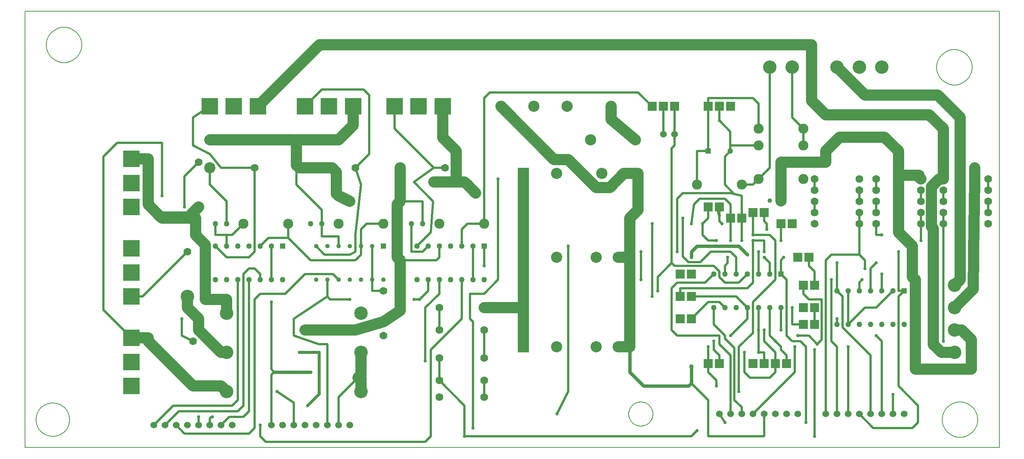
<source format=gbr>
G04 PROTEUS GERBER X2 FILE*
%TF.GenerationSoftware,Labcenter,Proteus,8.6-SP2-Build23525*%
%TF.CreationDate,2018-12-10T17:09:55+00:00*%
%TF.FileFunction,Copper,L2,Bot*%
%TF.FilePolarity,Positive*%
%TF.Part,Single*%
%FSLAX45Y45*%
%MOMM*%
G01*
%TA.AperFunction,Conductor*%
%ADD10C,0.508000*%
%ADD11C,2.540000*%
%ADD12C,0.762000*%
%ADD13C,0.635000*%
%TA.AperFunction,ViaPad*%
%ADD14C,0.762000*%
%ADD15C,1.016000*%
%ADD16C,2.032000*%
%ADD17C,1.270000*%
%TA.AperFunction,ComponentPad*%
%ADD18R,3.810000X3.810000*%
%TA.AperFunction,ComponentPad*%
%ADD19R,1.270000X1.270000*%
%ADD70C,1.270000*%
%ADD71C,1.016000*%
%TA.AperFunction,ComponentPad*%
%ADD20C,2.286000*%
%TA.AperFunction,ComponentPad*%
%ADD21C,3.048000*%
%ADD22C,2.540000*%
%TA.AperFunction,ComponentPad*%
%ADD23R,2.032000X2.032000*%
%TA.AperFunction,ComponentPad*%
%ADD24C,1.524000*%
%TA.AperFunction,WasherPad*%
%ADD25R,1.280000X1.280000*%
%TA.AperFunction,ComponentPad*%
%ADD26C,1.280000*%
%ADD27R,2.540000X2.540000*%
%ADD28C,1.778000*%
%TA.AperFunction,Profile*%
%ADD32C,0.203200*%
%TD.AperFunction*%
D10*
X-7239000Y+7493000D02*
X-7112000Y+7493000D01*
X-6858000Y+7747000D01*
X-7239000Y+7493000D02*
X-7493000Y+7493000D01*
X-7493000Y+7747000D01*
X-7239000Y+7493000D02*
X-7239000Y+7239000D01*
X-3048000Y+7747000D02*
X-3048000Y+7112000D01*
X-2794000Y+7112000D01*
X-2667000Y+7239000D01*
X-2413000Y+5842000D02*
X-2413000Y+5334000D01*
X-1397000Y+5334000D02*
X-1397000Y+4699000D01*
X+3683000Y+10414000D02*
X+3683000Y+10604500D01*
X+4699000Y+10604500D01*
X+4826000Y+10477500D01*
X+4826000Y+9906000D01*
X+3683000Y+10414000D02*
X+3683000Y+9842500D01*
X+3687000Y+9838500D01*
X+3687000Y+9398000D01*
X+5842000Y+9906000D02*
X+5588000Y+10160000D01*
X+5588000Y+11303000D01*
X+5016500Y+7620000D02*
X+5016500Y+7747000D01*
X+4953000Y+7810500D01*
X+4953000Y+8001000D01*
X+4826000Y+7112000D02*
X+4826000Y+6604000D01*
X+4953000Y+6985000D02*
X+5080000Y+6858000D01*
X+5080000Y+6604000D01*
X+4699000Y+7493000D02*
X+5080000Y+7493000D01*
X+5207000Y+7366000D01*
X+5207000Y+6477000D01*
X+4699000Y+5969000D01*
X+4699000Y+5270500D01*
X+4381500Y+4953000D01*
X+4381500Y+3937000D01*
X+4699000Y+7493000D02*
X+4699000Y+8001000D01*
X+5334000Y+7366000D02*
X+5334000Y+7747000D01*
X+6096000Y+6350000D02*
X+6096000Y+6667500D01*
X+5969000Y+6794500D01*
X+5969000Y+6985000D01*
X+4826000Y+4826000D02*
X+4953000Y+4826000D01*
X+4953000Y+4572000D01*
X+4826000Y+5334000D02*
X+4826000Y+4826000D01*
X+4826000Y+5842000D02*
X+4826000Y+5334000D01*
X+5207000Y+5080000D02*
X+5080000Y+5207000D01*
X+5080000Y+5842000D01*
X+5207000Y+5080000D02*
X+5334000Y+4953000D01*
X+5334000Y+4889500D01*
X+5461000Y+4762500D01*
X+5461000Y+4572000D01*
X+5207000Y+4572000D02*
X+5207000Y+4381500D01*
X+5080000Y+4254500D01*
X+4635500Y+4254500D01*
X+4508500Y+4381500D01*
X+4508500Y+4826000D01*
X+5207000Y+4572000D02*
X+5207000Y+4826000D01*
X+4953000Y+5080000D01*
X+4953000Y+5334000D01*
X+6159500Y+5016500D02*
X+6261100Y+5118100D01*
X+6261100Y+6032500D01*
X+5969000Y+6032500D01*
X+5842000Y+6159500D01*
X+5842000Y+6350000D01*
X+4699000Y+7366000D02*
X+4699000Y+6413500D01*
X+4572000Y+6286500D01*
X+3048000Y+6286500D01*
X+3048000Y+6096000D01*
X+4953000Y+7239000D02*
X+4953000Y+7112000D01*
X+4953000Y+7366000D02*
X+4953000Y+7239000D01*
X+4953000Y+7366000D02*
X+4699000Y+7366000D01*
X+4318000Y+6604000D02*
X+4318000Y+6985000D01*
X+4191000Y+7112000D01*
X+3746500Y+7112000D01*
X+3513455Y+6878955D01*
X+3238500Y+6878955D01*
X+3111500Y+7005955D01*
X+3111500Y+7874000D01*
X+3937000Y+8128000D02*
X+3936999Y+8127999D01*
X+3937000Y+7950198D01*
X+3937000Y+7937500D01*
X+3936999Y+7810501D01*
X+4000500Y+7747000D01*
X+3937000Y+8128000D02*
X+3936999Y+8127999D01*
X+3911598Y+8128000D01*
X+3911598Y+7975600D01*
X+3937000Y+7950198D01*
X+4064000Y+6604000D02*
X+4064000Y+6794500D01*
X+4127500Y+6858000D01*
X+4127500Y+6985000D01*
X+3873500Y+7366000D02*
X+3683000Y+7366000D01*
X+3556000Y+7493000D01*
X+3556000Y+7747000D01*
X+3683000Y+7874000D02*
X+3556000Y+7747000D01*
X+3683000Y+7874000D02*
X+3683000Y+8128000D01*
X+3810000Y+5080000D02*
X+3810000Y+4889500D01*
X+3937000Y+4762500D01*
X+3937000Y+4572000D01*
X+4064000Y+5842000D02*
X+3937000Y+5969000D01*
X+3683000Y+5969000D01*
X+3302000Y+5588000D01*
X+3683000Y+4572000D02*
X+3683000Y+4381500D01*
X+3873500Y+4191000D01*
X+3873500Y+4064000D01*
X+3683000Y+4572000D02*
X+3683000Y+4953000D01*
X+10033000Y+8763000D02*
X+10033000Y+8509000D01*
X+9017000Y+8255000D02*
X+9017000Y+8509000D01*
X+10033000Y+8255000D02*
X+10033000Y+8001000D01*
X+7493000Y+8763000D02*
X+7493000Y+8509000D01*
X+8509000Y+8509000D02*
X+8509000Y+8255000D01*
X+7493000Y+8255000D02*
X+7493000Y+8001000D01*
X+6096000Y+8763000D02*
X+6096000Y+8509000D01*
X+7112000Y+8509000D02*
X+7112000Y+8255000D01*
X+6096000Y+8255000D02*
X+6096000Y+8001000D01*
X+7620000Y+6604000D02*
X+7620000Y+6223000D01*
X+7175500Y+6477000D02*
X+7112000Y+6413500D01*
X+7112000Y+6223000D01*
X-1397000Y+7747000D02*
X-1397000Y+10604500D01*
X-1270000Y+10731500D01*
X+2095500Y+10731500D01*
X+2413000Y+10414000D01*
X-4191000Y+7239000D02*
X-4191000Y+7620000D01*
X-4064000Y+7747000D01*
X-3683000Y+7747000D01*
X-1905000Y+7239000D02*
X-1905000Y+7620000D01*
X-1778000Y+7747000D01*
X-1397000Y+7747000D01*
X-5842000Y+7429500D02*
X-5842000Y+7747000D01*
X-4191000Y+7239000D02*
X-4191000Y+7048500D01*
X-4318000Y+6921500D01*
X-5334000Y+6921500D01*
X-5842000Y+7429500D01*
X-6286500Y+7429500D01*
X-6477000Y+7239000D01*
D11*
X-9398000Y+5156200D02*
X-9017000Y+5156200D01*
X-9017000Y+5080000D01*
X-8001000Y+4064000D01*
D10*
X+7493000Y+5207000D02*
X+7620000Y+5080000D01*
X+7620000Y+3429000D01*
X+6604000Y+5588000D02*
X+6604000Y+5461000D01*
X-4699000Y+3175000D02*
X-4699000Y+3810000D01*
X-4254500Y+4254500D01*
D11*
X-4191000Y+4826000D02*
X-4191000Y+4318000D01*
X-4254500Y+4254500D01*
X-4191000Y+3937000D02*
X-4191000Y+4254500D01*
X-4254500Y+4254500D01*
D12*
X+3302000Y+6985000D02*
X+3302000Y+7112000D01*
X+4572000Y+7048500D02*
X+4381500Y+7239000D01*
X+3429000Y+7239000D01*
X+3302000Y+7112000D01*
D11*
X+2095500Y+8890000D02*
X+2095500Y+8064500D01*
X+1905000Y+7874000D01*
X+1905000Y+6985000D01*
X+1647000Y+6985000D02*
X+1905000Y+6985000D01*
X+1774000Y+8890000D02*
X+1456500Y+8572500D01*
X+1143000Y+8572500D01*
X+508000Y+9207500D01*
X+190500Y+9207500D01*
X-1016000Y+10414000D01*
D12*
X+1905000Y+4953000D02*
X+1905000Y+4381500D01*
X+2222500Y+4064000D01*
X+3238500Y+4064000D01*
X+3302000Y+4127500D01*
D11*
X+1774000Y+8890000D02*
X+2095500Y+8890000D01*
X+1647000Y+4953000D02*
X+1905000Y+4953000D01*
D12*
X+3302000Y+4127500D02*
X+3302000Y+4508500D01*
D10*
X+4953000Y+3429000D02*
X+4953000Y+2921000D01*
X+3683000Y+2921000D01*
X+3683000Y+3746500D01*
X+3302000Y+4127500D01*
X-2540000Y+9017000D02*
X-3429000Y+9906000D01*
X-3429000Y+10414000D01*
X-2540000Y+9017000D02*
X-2286000Y+9017000D01*
X-3937000Y+6477000D02*
X-3937000Y+6223000D01*
X-3683000Y+6223000D01*
X-6223000Y+7239000D02*
X-6223000Y+6858000D01*
X-6222999Y+6857999D01*
X-6223000Y+6477000D01*
X-6222999Y+6477000D01*
X+4572000Y+5842000D02*
X+4318000Y+6096000D01*
X+3302000Y+6096000D01*
X-3937000Y+7239000D02*
X-3937000Y+6477000D01*
X-1651000Y+6477000D02*
X-1651000Y+7239000D01*
X+2667000Y+9779000D02*
X+2667000Y+10414000D01*
X+6096000Y+5842000D02*
X+6096000Y+5461000D01*
X+3937000Y+10096500D02*
X+3937000Y+10414000D01*
X+4572000Y+5842000D02*
X+4572000Y+5588000D01*
X+4191000Y+5207000D01*
X-8191500Y+8128000D02*
X-8191500Y+8826500D01*
X-7874000Y+9144000D01*
X-4318000Y+9017000D02*
X-4000500Y+9334500D01*
X-4000500Y+10668000D01*
X-4127500Y+10795000D01*
X-5080000Y+10795000D01*
X-5461000Y+10414000D01*
X+6858000Y+5461000D02*
X+7239000Y+5842000D01*
X+7493000Y+5842000D01*
X+7874000Y+6223000D01*
X+6858000Y+5461000D02*
X+6858000Y+6223000D01*
X+3810000Y+5842000D02*
X+3810000Y+5461000D01*
X+4064000Y+5207000D01*
X+4064000Y+5143500D01*
X+4279900Y+4927600D01*
X+4279900Y+3746500D01*
X+4445000Y+3581400D01*
X+4445000Y+3429000D01*
X+5651500Y+4953000D02*
X+5651500Y+4381500D01*
X+4699000Y+3429000D01*
X+5334000Y+5334000D02*
X+5334000Y+5842000D01*
X+5334000Y+6604000D02*
X+5334000Y+6921500D01*
X+5397500Y+6985000D01*
X-8636000Y+3175000D02*
X-8318500Y+3492500D01*
X-6985000Y+3492500D01*
X-6858000Y+3619500D01*
X-6858000Y+6604000D01*
X-6731000Y+6731000D01*
X-6604000Y+6731000D01*
X-6476999Y+6603999D01*
X-6477000Y+6477000D01*
X-6476999Y+6477000D01*
X-6159500Y+4381500D02*
X-6223000Y+4318000D01*
X-6223000Y+3175000D01*
X-6159500Y+4381500D02*
X-6223000Y+4445000D01*
X-6223000Y+5969000D01*
D11*
X-7937500Y+7874000D02*
X-7937500Y+7493000D01*
X-7715250Y+7270750D01*
X-7715250Y+6032500D01*
X-7239000Y+6032500D01*
X-7239000Y+5715000D01*
D10*
X-6984999Y+6477000D02*
X-6985000Y+6477000D01*
X-6984999Y+3746500D01*
X-7111999Y+3619500D01*
X-8445500Y+3619500D01*
X-8890000Y+3175000D01*
X+8128000Y+6223000D02*
X+8001000Y+6096000D01*
X+8001000Y+4064000D01*
X+8445500Y+3619500D01*
X+8445500Y+3238500D01*
X+8318500Y+3111500D01*
X+7429500Y+3111500D01*
X+7112000Y+3429000D01*
X-6730999Y+6477000D02*
X-6731000Y+6477000D01*
X-6730999Y+3492500D01*
X-6857999Y+3365500D01*
X-7175500Y+3365500D01*
X-7366000Y+3175000D01*
X+9017000Y+7747000D02*
X+9017000Y+8001000D01*
X+6858000Y+4953000D02*
X+6858000Y+3429000D01*
X+4572000Y+6604000D02*
X+4381500Y+6413500D01*
X+4064000Y+6413500D01*
X+3937000Y+6540500D01*
X+3937000Y+6667500D01*
X+3810000Y+6794500D01*
X+2921000Y+6794500D01*
X+2857500Y+6858000D01*
X+2921000Y+9779000D02*
X+2921000Y+9525000D01*
X+2857500Y+9461500D01*
X+2857500Y+6858000D01*
X-2857500Y+6032500D02*
X-2667000Y+6223000D01*
X-2667000Y+6477000D01*
X+7493000Y+6858000D02*
X+7366000Y+6731000D01*
X+7366000Y+6223000D01*
X+2921000Y+9779000D02*
X+2921000Y+10414000D01*
X-4953000Y+6477000D02*
X-4953000Y+6096000D01*
X+7112000Y+7048500D02*
X+6477000Y+7048500D01*
X+6350000Y+6921500D01*
X+6350000Y+3429000D01*
X+7112000Y+7747000D02*
X+7112000Y+7048500D01*
X+7112000Y+7747000D02*
X+7112000Y+8001000D01*
X+7112000Y+7048500D02*
X+7239000Y+6921500D01*
X+7239000Y+6731000D01*
X-3302000Y+6921500D02*
X-2476500Y+6921500D01*
X-2413000Y+6985000D01*
X-2413000Y+7239000D01*
X-3301999Y+8254999D02*
X-2794000Y+8254999D01*
X-2794000Y+7747000D01*
D11*
X-3302000Y+9017000D02*
X-3301999Y+9016999D01*
X-3301999Y+8254999D01*
X-3365499Y+8191499D01*
X-3365500Y+8191499D01*
X-3365500Y+6985000D01*
X-3302000Y+6921500D01*
X+9017000Y+9017000D02*
X+9017000Y+8763000D01*
D10*
X-7239000Y+7747000D02*
X-7239000Y+8255000D01*
X-7620000Y+8636000D01*
X-7620000Y+9017000D01*
X-5080000Y+7747000D02*
X-5080000Y+7461250D01*
X-4699000Y+7461250D01*
X-4699000Y+7239000D01*
D11*
X+8001000Y+8851901D02*
X+8470900Y+8851901D01*
X+8470900Y+8801100D01*
X+8509000Y+8763000D01*
X-5359400Y+9652000D02*
X-4699000Y+9652000D01*
X-4368800Y+9982200D01*
X-4368800Y+10414000D01*
X-5588000Y+9017000D02*
X-5651500Y+9080500D01*
X-5651500Y+9588500D01*
X-5359400Y+9652000D02*
X-5651500Y+9652000D01*
X-5651500Y+9588500D01*
D10*
X-5080000Y+7747000D02*
X-5080000Y+8064500D01*
X-5651500Y+8636000D01*
X-5651500Y+8953500D01*
X-5588000Y+9017000D01*
D11*
X-5334000Y+9017000D01*
D10*
X+6477000Y+6477000D02*
X+6477000Y+5080000D01*
X+6604000Y+4953000D01*
X+6604000Y+3429000D01*
X+8509000Y+7747000D02*
X+8509000Y+8001000D01*
D11*
X-889000Y+5842000D02*
X-508000Y+5842000D01*
X-502000Y+6985000D02*
X-502000Y+5848000D01*
X-508000Y+5842000D01*
X-502000Y+5836000D01*
X-502000Y+4953000D01*
X-889000Y+5842000D02*
X-1397000Y+5842000D01*
X-502000Y+6985000D02*
X-502000Y+8890000D01*
D10*
X-4699000Y+6477000D02*
X-4826000Y+6604000D01*
X-5461000Y+6604000D01*
X-5905500Y+6159500D01*
X-6477000Y+6159500D01*
X-6604000Y+6032500D01*
X-6604000Y+3111500D01*
X-6731000Y+2984500D01*
X-8191500Y+2984500D01*
X-8382000Y+3175000D01*
X+6604000Y+6223000D02*
X+6731000Y+6096000D01*
X+6731000Y+5397500D01*
X+7366000Y+4762500D01*
X+7366000Y+3429000D01*
X+6604000Y+6223000D02*
X+6604000Y+6858000D01*
D11*
X+1905000Y+4953000D02*
X+1905000Y+6985000D01*
D10*
X-9398000Y+5156200D02*
X-10033000Y+5791200D01*
X-10033000Y+9271000D01*
X-9715500Y+9588500D01*
X-8699500Y+9588500D01*
X-8699500Y+8382000D01*
X-1079500Y+8763000D02*
X-1079500Y+6477000D01*
X-1397000Y+6159500D01*
X-1714500Y+6159500D01*
X-1714500Y+5588000D01*
X-1651000Y+5524500D01*
X-1651000Y+3111500D01*
X+6096000Y+2921000D02*
X+6096000Y+4127500D01*
X+6096000Y+4889500D01*
X+3937000Y+3429000D02*
X+4064000Y+3238500D01*
X+5905500Y+3238500D02*
X+5905500Y+4953000D01*
X+5778500Y+5080000D01*
X+5588000Y+5080000D01*
X+5461000Y+5207000D01*
X+5461000Y+6477000D01*
X+5334000Y+6604000D01*
X+7874000Y+3429000D02*
X+7874000Y+3873500D01*
X+3429000Y+3048000D02*
X+3302000Y+2921000D01*
X-1841500Y+2921000D01*
D11*
X-7874000Y+8128000D02*
X-8096250Y+7905750D01*
X-8731250Y+7905750D01*
X-9017000Y+8191500D01*
X-9017000Y+9220200D01*
X-9398000Y+9220200D01*
X-7937500Y+7874000D02*
X-8699500Y+7874000D01*
X-8731250Y+7905750D01*
D10*
X+8128000Y+6223000D02*
X+8001000Y+6223000D01*
X+8001000Y+7112000D01*
X+8509000Y+7366000D02*
X+8509000Y+7747000D01*
X+9017000Y+5080000D02*
X+9017000Y+7747000D01*
D11*
X+8001000Y+8851901D02*
X+8001000Y+7556500D01*
X+8318500Y+7239000D01*
X+8318500Y+6540500D01*
X+8382000Y+6477000D01*
X+8382000Y+4445000D01*
X+9652000Y+4445000D01*
X+9652000Y+5118100D01*
X+9436100Y+5334000D01*
X+9271000Y+5334000D01*
D10*
X+6159500Y+5016500D02*
X+5969000Y+5207000D01*
X+5715000Y+5207000D01*
X+5588000Y+5842000D02*
X+5588000Y+5461000D01*
X+5842000Y+5461000D01*
D13*
X-5588000Y+4826000D02*
X-5132705Y+4826000D01*
X-5132705Y+3884295D01*
X-5397500Y+3619500D01*
D10*
X+4826000Y+8763000D02*
X+5080000Y+9017000D01*
X+5080000Y+11303000D01*
X+5842000Y+9906000D02*
X+5842000Y+9525000D01*
X+4187000Y+9398000D02*
X+4187000Y+9525000D01*
X+4826000Y+9525000D01*
X+4187000Y+9525000D02*
X+4187000Y+9846500D01*
X+3937000Y+10096500D01*
X+4191000Y+7620000D02*
X+4191000Y+7366000D01*
X+4445000Y+7620000D02*
X+4445000Y+7366000D01*
X+4445000Y+7620000D02*
X+4445000Y+7874000D01*
X+4191000Y+7620000D02*
X+4191000Y+7874000D01*
D11*
X-6527800Y+10414000D02*
X-5130800Y+11811000D01*
X+6032500Y+11811000D01*
X+6032500Y+10541000D01*
X+6350000Y+10223500D01*
X+8699500Y+10223500D01*
X+9017000Y+9906000D01*
X+9017000Y+9017000D01*
D10*
X+3810000Y+6604000D02*
X+3619500Y+6413500D01*
X+2984500Y+6413500D01*
X+2857500Y+6286500D01*
X+2857500Y+5334000D01*
X+2984500Y+5207000D01*
X+3937000Y+5207000D01*
X+3937000Y+5016500D01*
X+4191000Y+4762500D01*
X+4191000Y+3429000D01*
D11*
X+1484000Y+10414000D02*
X+1484000Y+10120000D01*
X+2032000Y+9652000D01*
X+9271000Y+4826000D02*
X+8976469Y+4826000D01*
X+8795425Y+5007044D01*
X+8795425Y+7637601D01*
X+8752831Y+7680195D01*
X+8752831Y+8589687D01*
X+8926144Y+8763000D01*
X+9017000Y+8763000D01*
X-6731000Y+9652000D02*
X-6858000Y+9652000D01*
X-5651500Y+9588500D02*
X-5715000Y+9652000D01*
X-6731000Y+9652000D01*
D10*
X-8128000Y+7112000D02*
X-9144000Y+6096000D01*
X-9398000Y+6096000D01*
D11*
X-7239000Y+4826000D02*
X-7366000Y+4826000D01*
X-7874000Y+5334000D01*
X-7874000Y+5588000D01*
X-8128000Y+5842000D01*
X-8128000Y+6096000D01*
D10*
X-8001000Y+5080000D02*
X-8255000Y+5207000D01*
X-8255000Y+5588000D01*
X-1397000Y+6794500D02*
X-1397000Y+7239000D01*
X+3687000Y+9398000D02*
X+3433000Y+9398000D01*
X+3433000Y+9144000D01*
X+3429000Y+9140000D01*
X+3429000Y+8636000D01*
X+4826000Y+8763000D02*
X+4699000Y+8636000D01*
X+4445000Y+8636000D01*
X+4191000Y+8445500D02*
X+4445000Y+8382000D01*
X+4445000Y+7874000D01*
X+4187000Y+9398000D02*
X+4064000Y+9275000D01*
X+4064000Y+8636000D01*
X+4254500Y+8445500D01*
X+4191000Y+8445500D01*
X-7874000Y+3175000D02*
X-7874000Y+3365500D01*
X-2730500Y+4635500D02*
X-2730500Y+5842000D01*
X-2413000Y+6159500D01*
X-2413000Y+6477000D01*
D12*
X-5334000Y+4381500D02*
X-6159500Y+4381500D01*
D10*
X-1397000Y+3810000D02*
X-1397000Y+4191000D01*
X-2413000Y+4191000D02*
X-1841500Y+3619500D01*
X-1841500Y+2921000D01*
X-2413000Y+4191000D02*
X-2413000Y+4699000D01*
D11*
X-2032000Y+9144000D02*
X-2032000Y+8699500D01*
X-1841500Y+8699500D01*
X-1778000Y+8636000D01*
X-1587500Y+8445500D01*
X-2032000Y+9144000D02*
X-2032000Y+9398000D01*
X-2336800Y+9702800D01*
X-2336800Y+10414000D01*
D10*
X-4953000Y+6096000D02*
X-5715000Y+5588000D01*
X-5715000Y+5207000D01*
X-5143500Y+5016500D01*
X-4953000Y+5016500D01*
X-4953000Y+3175000D01*
X-2857500Y+6032500D02*
X-2984500Y+6032500D01*
X-4445000Y+6032500D02*
X-4889500Y+6032500D01*
X-4953000Y+6096000D01*
D11*
X-3302000Y+6921500D02*
X-3302000Y+5778500D01*
X-3683000Y+5524500D01*
X-4318000Y+5334000D01*
X-4699000Y+5334000D01*
X-4749788Y+5334000D02*
X-5207000Y+5334000D01*
X-5334000Y+5334000D01*
X-5461000Y+5334000D01*
X-4699000Y+5334000D02*
X-4749788Y+5334000D01*
X+9271000Y+6350000D02*
X+9398000Y+6477000D01*
X+9398000Y+10160000D01*
X+8890000Y+10668000D01*
X+7239000Y+10668000D01*
X+6604000Y+11303000D01*
X-2032000Y+8699500D02*
X-2286000Y+8699500D01*
D10*
X-2540000Y+9017000D02*
X-2984500Y+8699500D01*
X-2549712Y+8255747D01*
X-2603500Y+7556500D01*
X-2921000Y+7239000D01*
D11*
X-2286000Y+8699500D02*
X-2540000Y+8699500D01*
X+5334264Y+8265835D02*
X+5334229Y+8382000D01*
X+5334191Y+8509000D01*
D10*
X-4318000Y+9017000D02*
X-4191000Y+8636000D01*
X-4318000Y+7493000D01*
X-4318000Y+7112000D01*
X-4445000Y+7048500D01*
X-5016500Y+7048500D01*
X-5207000Y+7239000D01*
D11*
X-4699000Y+8382000D02*
X-4445000Y+8255000D01*
X-4744743Y+8921821D02*
X-4839922Y+9017000D01*
X-5334000Y+9017000D01*
X-4699000Y+8382000D02*
X-4746450Y+8429450D01*
X-4746450Y+8636000D01*
X-4746450Y+8920114D01*
X-4744743Y+8921821D01*
X-7112000Y+9652000D02*
X-7366000Y+9652000D01*
X-7620000Y+9652000D01*
X-6858000Y+9652000D02*
X-7112000Y+9652000D01*
D10*
X-6604000Y+9017000D02*
X-7366000Y+9017000D01*
X-7620000Y+9334500D01*
X-8001000Y+9525000D01*
X-8001000Y+10160000D01*
X-7620000Y+10414000D01*
X-6604000Y+9017000D02*
X-6604000Y+7112000D01*
X-6731000Y+6985000D01*
X-7239000Y+6985000D01*
X-7493000Y+7239000D01*
D11*
X+9733796Y+8763000D02*
X+9733796Y+9017000D01*
D10*
X+7493000Y+7747000D02*
X+7493000Y+7493000D01*
X+7620000Y+7493000D01*
D11*
X+9733796Y+8470957D02*
X+9733796Y+8763000D01*
X+9724673Y+8128781D01*
X+9719194Y+7747860D01*
X+9697920Y+6268920D01*
X+9271000Y+5842000D01*
X+5334191Y+8509000D02*
X+5334153Y+8636000D01*
X+5334115Y+8763000D01*
X+5334000Y+9144000D01*
X+6350000Y+9144000D01*
X+6350000Y+9398000D01*
X+6667500Y+9715500D01*
X+7683500Y+9715500D01*
X+8001000Y+9398000D01*
X+8001000Y+8851901D01*
X-8001000Y+4064000D02*
X-7366000Y+4064000D01*
X-7239000Y+3937000D01*
D10*
X-5715000Y+3175000D02*
X-5715000Y+3683000D01*
X-6096000Y+3937000D01*
X-7620000Y+3175000D02*
X-7620000Y+3327400D01*
X-7581900Y+3365500D01*
X-7556500Y+3365500D01*
X-6477000Y+3175000D02*
X-6477000Y+2921000D01*
X-6350000Y+2794000D01*
X-2730500Y+2794000D01*
X-2603500Y+2921000D01*
X-2603500Y+4889500D01*
X-1905000Y+5588000D01*
X-1905000Y+6477000D01*
X+254000Y+3429000D02*
X+508000Y+3937000D01*
X+508000Y+7239000D01*
X+4191000Y+8445500D02*
X+3111500Y+8445500D01*
X+2984500Y+8318500D01*
X+2984500Y+7112000D01*
X+2159000Y+7112000D02*
X+2159000Y+6477000D01*
X+2540000Y+6223000D02*
X+2540000Y+6540500D01*
X+2857500Y+6858000D01*
X+4191000Y+7874000D02*
X+4191000Y+8191500D01*
X+4064000Y+8318500D01*
X+3492500Y+8318500D01*
X+3365500Y+8191500D01*
X+3302000Y+7747000D01*
X+2413000Y+7747000D02*
X+2413000Y+6096000D01*
D14*
X+4826000Y+7112000D03*
X+5016500Y+7620000D03*
X+4953000Y+6985000D03*
X+4381500Y+3937000D03*
X+4699000Y+7493000D03*
X+5334000Y+7366000D03*
X+4826000Y+4826000D03*
X+4826000Y+5334000D03*
X+5207000Y+5080000D03*
X+4508500Y+4826000D03*
X+4953000Y+5334000D03*
X+4953000Y+7112000D03*
X+4699000Y+7366000D03*
X+3111500Y+7874000D03*
X+3937000Y+7937500D03*
X+4000500Y+7747000D03*
X+4127500Y+6985000D03*
X+3556000Y+7747000D03*
X+3873500Y+7366000D03*
X+4191000Y+7366000D03*
X+3810000Y+5080000D03*
X+3873500Y+4064000D03*
X+3683000Y+4953000D03*
X+7620000Y+6604000D03*
X+7175500Y+6477000D03*
X+7493000Y+5207000D03*
X+6604000Y+5588000D03*
X+3302000Y+6985000D03*
X+4572000Y+7048500D03*
D15*
X+3302000Y+4508500D03*
D14*
X+4445000Y+7366000D03*
X+4191000Y+5207000D03*
X+3937000Y+10096500D03*
X+5651500Y+4953000D03*
X+5334000Y+5334000D03*
X+5397500Y+6985000D03*
X-6223000Y+5969000D03*
X-7239000Y+6032500D03*
X+6858000Y+4953000D03*
X+7493000Y+6858000D03*
X+7239000Y+6731000D03*
X+6477000Y+6477000D03*
X+6604000Y+6858000D03*
X-8699500Y+8382000D03*
X-1079500Y+8763000D03*
X-1651000Y+3111500D03*
X+6096000Y+2921000D03*
X+6096000Y+4889500D03*
X+4064000Y+3238500D03*
X+5905500Y+3238500D03*
X+7874000Y+3873500D03*
X+3429000Y+3048000D03*
X-1841500Y+2921000D03*
X+8001000Y+7112000D03*
X+8509000Y+7366000D03*
X+9017000Y+5080000D03*
X+6159500Y+5016500D03*
X+5715000Y+5207000D03*
X+5588000Y+5842000D03*
X-5588000Y+4826000D03*
X-8255000Y+5588000D03*
X-1397000Y+6794500D03*
X-7874000Y+3365500D03*
X-2730500Y+4635500D03*
X-5334000Y+4381500D03*
D15*
X-1778000Y+8636000D03*
X-1587500Y+8445500D03*
D14*
X-2984500Y+6032500D03*
X-4445000Y+6032500D03*
D15*
X-4826000Y+5334000D03*
X-5080000Y+5334000D03*
X-5461000Y+5334000D03*
X-4699000Y+5334000D03*
X-5334000Y+5334000D03*
X-5207000Y+5334000D03*
X-4953000Y+5334000D03*
D16*
X-2032000Y+8699500D03*
D15*
X-2286000Y+8699500D03*
X-2540000Y+8699500D03*
X+5080415Y+8272026D03*
X+5334191Y+8509000D03*
D17*
X-4746450Y+8636000D03*
D15*
X-7366000Y+9652000D03*
X-7620000Y+9652000D03*
X-6858000Y+9652000D03*
X-7112000Y+9652000D03*
X-4445000Y+8255000D03*
X-4699000Y+8382000D03*
D17*
X-4744743Y+8921821D03*
D14*
X-8191500Y+8128000D03*
D15*
X+9733796Y+9017000D03*
D14*
X+7620000Y+7493000D03*
D15*
X+9733796Y+8763000D03*
D17*
X+9724673Y+8128781D03*
X+9733796Y+8470957D03*
X+9719194Y+7747860D03*
X+5334264Y+8265835D03*
X+5334115Y+8763000D03*
D14*
X-6096000Y+3937000D03*
X-7556500Y+3365500D03*
X-6477000Y+3175000D03*
X-5397500Y+3619500D03*
X+254000Y+3429000D03*
X+508000Y+7239000D03*
X+2984500Y+7112000D03*
X+2159000Y+7112000D03*
X+2159000Y+6477000D03*
X-2857500Y+6032500D03*
X+2540000Y+6223000D03*
X+3302000Y+7747000D03*
X+2413000Y+7747000D03*
X+2413000Y+6096000D03*
D18*
X-7620000Y+10414000D03*
X-7073900Y+10414000D03*
X-6527800Y+10414000D03*
X-9398000Y+8128000D03*
X-9398000Y+8674100D03*
X-9398000Y+9220200D03*
X-5461000Y+10414000D03*
X-4914900Y+10414000D03*
X-4368800Y+10414000D03*
X-9398000Y+6096000D03*
X-9398000Y+6642100D03*
X-9398000Y+7188200D03*
X-3429000Y+10414000D03*
X-2882900Y+10414000D03*
X-2336800Y+10414000D03*
X-9398000Y+4064000D03*
X-9398000Y+4610100D03*
X-9398000Y+5156200D03*
D19*
X-5969000Y+7239000D03*
D70*
X-6223000Y+7239000D03*
X-6477000Y+7239000D03*
X-6731000Y+7239000D03*
X-6985000Y+7239000D03*
X-7239000Y+7239000D03*
X-7493000Y+7239000D03*
X-7493000Y+6477000D03*
X-7239000Y+6477000D03*
X-6985000Y+6477000D03*
X-6731000Y+6477000D03*
X-6477000Y+6477000D03*
X-6223000Y+6477000D03*
X-5969000Y+6477000D03*
D19*
X-3683000Y+7239000D03*
D71*
X-3937000Y+7239000D03*
X-4191000Y+7239000D03*
X-4445000Y+7239000D03*
X-4699000Y+7239000D03*
X-4953000Y+7239000D03*
X-5207000Y+7239000D03*
X-5207000Y+6477000D03*
X-4953000Y+6477000D03*
X-4699000Y+6477000D03*
X-4445000Y+6477000D03*
X-4191000Y+6477000D03*
X-3937000Y+6477000D03*
X-3683000Y+6477000D03*
D19*
X-1397000Y+7239000D03*
D70*
X-1651000Y+7239000D03*
X-1905000Y+7239000D03*
X-2159000Y+7239000D03*
X-2413000Y+7239000D03*
X-2667000Y+7239000D03*
X-2921000Y+7239000D03*
X-2921000Y+6477000D03*
X-2667000Y+6477000D03*
X-2413000Y+6477000D03*
X-2159000Y+6477000D03*
X-1905000Y+6477000D03*
X-1651000Y+6477000D03*
X-1397000Y+6477000D03*
D20*
X-5842000Y+7747000D03*
X-6858000Y+7747000D03*
X-3683000Y+7747000D03*
X-4699000Y+7747000D03*
X-1397000Y+7747000D03*
X-2413000Y+7747000D03*
D70*
X-7493000Y+7747000D03*
X-7239000Y+7747000D03*
X-5334000Y+7747000D03*
X-5080000Y+7747000D03*
X-3048000Y+7747000D03*
X-2794000Y+7747000D03*
D21*
X+9271000Y+4826000D03*
X+9271000Y+5334000D03*
X+9271000Y+5842000D03*
X+9271000Y+6350000D03*
X+7620000Y+11303000D03*
X+7112000Y+11303000D03*
X+6604000Y+11303000D03*
X+5588000Y+11303000D03*
X+5080000Y+11303000D03*
D22*
X+1484000Y+10414000D03*
X-1016000Y+10414000D03*
X+484000Y+10414000D03*
X-266000Y+10414000D03*
D23*
X+3683000Y+10414000D03*
X+3937000Y+10414000D03*
X+4191000Y+10414000D03*
X+2413000Y+10414000D03*
X+2667000Y+10414000D03*
X+2921000Y+10414000D03*
D24*
X+2921000Y+9779000D03*
X+2667000Y+9779000D03*
D25*
X+3687000Y+9398000D03*
D26*
X+4187000Y+9398000D03*
D20*
X+5842000Y+9906000D03*
X+4826000Y+9906000D03*
X+4445000Y+8636000D03*
X+3429000Y+8636000D03*
X+4826000Y+9525000D03*
X+5842000Y+9525000D03*
X+5842000Y+8763000D03*
X+4826000Y+8763000D03*
D24*
X-8890000Y+3175000D03*
X-8636000Y+3175000D03*
X-8382000Y+3175000D03*
X-8128000Y+3175000D03*
X-7874000Y+3175000D03*
X-7620000Y+3175000D03*
X-7366000Y+3175000D03*
X-7112000Y+3175000D03*
D27*
X-502000Y+6985000D03*
D22*
X+248000Y+6985000D03*
D27*
X-502000Y+4953000D03*
D22*
X+248000Y+4953000D03*
D27*
X-502000Y+8890000D03*
D22*
X+248000Y+8890000D03*
X+1274000Y+8890000D03*
X+1774000Y+8890000D03*
X+1147000Y+6985000D03*
X+1647000Y+6985000D03*
X+1147000Y+4953000D03*
X+1647000Y+4953000D03*
D21*
X-7239000Y+5715000D03*
X-4191000Y+5715000D03*
X-7239000Y+4826000D03*
X-4191000Y+4826000D03*
X-7239000Y+3937000D03*
X-4191000Y+3937000D03*
D28*
X-2413000Y+5842000D03*
X-1397000Y+5842000D03*
X-1397000Y+5334000D03*
X-2413000Y+5334000D03*
X-2413000Y+4699000D03*
X-1397000Y+4699000D03*
X-1397000Y+4191000D03*
X-2413000Y+4191000D03*
X-2413000Y+3810000D03*
X-1397000Y+3810000D03*
X-6604000Y+9017000D03*
D22*
X-7620000Y+9017000D03*
D28*
X-4318000Y+9017000D03*
D22*
X-5334000Y+9017000D03*
D28*
X-2286000Y+9017000D03*
D22*
X-3302000Y+9017000D03*
D28*
X-8001000Y+5080000D03*
X-8001000Y+4064000D03*
X-8128000Y+7112000D03*
D21*
X-8128000Y+6096000D03*
D28*
X-7874000Y+9144000D03*
D22*
X-7874000Y+8128000D03*
D24*
X-6223000Y+3175000D03*
X-5969000Y+3175000D03*
X-5715000Y+3175000D03*
X-5461000Y+3175000D03*
X-5207000Y+3175000D03*
X-4953000Y+3175000D03*
X-4699000Y+3175000D03*
X-4445000Y+3175000D03*
D19*
X+5334000Y+6604000D03*
D70*
X+5080000Y+6604000D03*
X+4826000Y+6604000D03*
X+4572000Y+6604000D03*
X+4318000Y+6604000D03*
X+4064000Y+6604000D03*
X+3810000Y+6604000D03*
X+3810000Y+5842000D03*
X+4064000Y+5842000D03*
X+4318000Y+5842000D03*
X+4572000Y+5842000D03*
X+4826000Y+5842000D03*
X+5080000Y+5842000D03*
X+5334000Y+5842000D03*
D19*
X+8128000Y+6223000D03*
D70*
X+7874000Y+6223000D03*
X+7620000Y+6223000D03*
X+7366000Y+6223000D03*
X+7112000Y+6223000D03*
X+6858000Y+6223000D03*
X+6604000Y+6223000D03*
X+6604000Y+5461000D03*
X+6858000Y+5461000D03*
X+7112000Y+5461000D03*
X+7366000Y+5461000D03*
X+7620000Y+5461000D03*
X+7874000Y+5461000D03*
X+8128000Y+5461000D03*
D23*
X+4699000Y+8001000D03*
X+4953000Y+8001000D03*
X+5334000Y+7747000D03*
X+5588000Y+7747000D03*
X+3683000Y+8128000D03*
X+3937000Y+8128000D03*
X+3048000Y+6604000D03*
X+3302000Y+6604000D03*
X+4191000Y+7874000D03*
X+4445000Y+7874000D03*
X+3683000Y+4572000D03*
X+3937000Y+4572000D03*
X+4699000Y+4572000D03*
X+4953000Y+4572000D03*
X+5207000Y+4572000D03*
X+5461000Y+4572000D03*
X+5715000Y+6985000D03*
X+5969000Y+6985000D03*
X+5842000Y+6350000D03*
X+6096000Y+6350000D03*
X+3048000Y+6096000D03*
X+3302000Y+6096000D03*
X+3048000Y+5588000D03*
X+3302000Y+5588000D03*
X+5842000Y+5842000D03*
X+6096000Y+5842000D03*
X+5842000Y+5461000D03*
X+6096000Y+5461000D03*
D28*
X+9017000Y+8763000D03*
X+10033000Y+8763000D03*
X+10033000Y+8509000D03*
X+9017000Y+8509000D03*
X+9017000Y+8255000D03*
X+10033000Y+8255000D03*
X+10033000Y+8001000D03*
X+9017000Y+8001000D03*
X+9017000Y+7747000D03*
X+10033000Y+7747000D03*
D24*
X+6350000Y+3429000D03*
X+6604000Y+3429000D03*
X+6858000Y+3429000D03*
X+7112000Y+3429000D03*
X+7366000Y+3429000D03*
X+7620000Y+3429000D03*
X+7874000Y+3429000D03*
X+8128000Y+3429000D03*
X+3937000Y+3429000D03*
X+4191000Y+3429000D03*
X+4445000Y+3429000D03*
X+4699000Y+3429000D03*
X+4953000Y+3429000D03*
X+5207000Y+3429000D03*
X+5461000Y+3429000D03*
X+5715000Y+3429000D03*
D22*
X+2032000Y+9652000D03*
X+1016000Y+9652000D03*
D28*
X+8509000Y+8763000D03*
X+7493000Y+8763000D03*
X+7493000Y+8509000D03*
X+8509000Y+8509000D03*
X+8509000Y+8255000D03*
X+7493000Y+8255000D03*
X+7493000Y+8001000D03*
X+8509000Y+8001000D03*
X+8509000Y+7747000D03*
X+7493000Y+7747000D03*
X+7112000Y+8763000D03*
X+6096000Y+8763000D03*
X+6096000Y+8509000D03*
X+7112000Y+8509000D03*
X+7112000Y+8255000D03*
X+6096000Y+8255000D03*
X+6096000Y+8001000D03*
X+7112000Y+8001000D03*
X+7112000Y+7747000D03*
X+6096000Y+7747000D03*
X-3683000Y+6223000D03*
X-3683000Y+5207000D03*
D32*
X-11811000Y+2667000D02*
X+10287000Y+2667000D01*
X+10287000Y+12573000D01*
X-11811000Y+12573000D01*
X-11811000Y+2667000D01*
X-10794444Y+3302000D02*
X-10795647Y+3332279D01*
X-10805415Y+3392839D01*
X-10825767Y+3453399D01*
X-10858733Y+3513959D01*
X-10908917Y+3574492D01*
X-10969477Y+3622832D01*
X-11030037Y+3654533D01*
X-11090597Y+3673875D01*
X-11151157Y+3682746D01*
X-11176000Y+3683556D01*
X-11557556Y+3302000D02*
X-11556353Y+3332279D01*
X-11546585Y+3392839D01*
X-11526233Y+3453399D01*
X-11493267Y+3513959D01*
X-11443083Y+3574492D01*
X-11382523Y+3622832D01*
X-11321963Y+3654533D01*
X-11261403Y+3673875D01*
X-11200843Y+3682746D01*
X-11176000Y+3683556D01*
X-11557556Y+3302000D02*
X-11556353Y+3271721D01*
X-11546585Y+3211161D01*
X-11526233Y+3150601D01*
X-11493267Y+3090041D01*
X-11443083Y+3029508D01*
X-11382523Y+2981168D01*
X-11321963Y+2949467D01*
X-11261403Y+2930125D01*
X-11200843Y+2921254D01*
X-11176000Y+2920444D01*
X-10794444Y+3302000D02*
X-10795647Y+3271721D01*
X-10805415Y+3211161D01*
X-10825767Y+3150601D01*
X-10858733Y+3090041D01*
X-10908917Y+3029508D01*
X-10969477Y+2981168D01*
X-11030037Y+2949467D01*
X-11090597Y+2930125D01*
X-11151157Y+2921254D01*
X-11176000Y+2920444D01*
X+9799609Y+3302000D02*
X+9798349Y+3333791D01*
X+9788120Y+3397374D01*
X+9766812Y+3460957D01*
X+9732314Y+3524540D01*
X+9679838Y+3588107D01*
X+9616255Y+3639127D01*
X+9552672Y+3672630D01*
X+9489089Y+3693143D01*
X+9425506Y+3702666D01*
X+9398000Y+3703609D01*
X+8996391Y+3302000D02*
X+8997651Y+3333791D01*
X+9007880Y+3397374D01*
X+9029188Y+3460957D01*
X+9063686Y+3524540D01*
X+9116162Y+3588107D01*
X+9179745Y+3639127D01*
X+9243328Y+3672630D01*
X+9306911Y+3693143D01*
X+9370494Y+3702666D01*
X+9398000Y+3703609D01*
X+8996391Y+3302000D02*
X+8997651Y+3270209D01*
X+9007880Y+3206626D01*
X+9029188Y+3143043D01*
X+9063686Y+3079460D01*
X+9116162Y+3015893D01*
X+9179745Y+2964873D01*
X+9243328Y+2931370D01*
X+9306911Y+2910857D01*
X+9370494Y+2901334D01*
X+9398000Y+2900391D01*
X+9799609Y+3302000D02*
X+9798349Y+3270209D01*
X+9788120Y+3206626D01*
X+9766812Y+3143043D01*
X+9732314Y+3079460D01*
X+9679838Y+3015893D01*
X+9616255Y+2964873D01*
X+9552672Y+2931370D01*
X+9489089Y+2910857D01*
X+9425506Y+2901334D01*
X+9398000Y+2900391D01*
X+9672609Y+11303000D02*
X+9671349Y+11334791D01*
X+9661120Y+11398374D01*
X+9639812Y+11461957D01*
X+9605314Y+11525540D01*
X+9552838Y+11589107D01*
X+9489255Y+11640127D01*
X+9425672Y+11673630D01*
X+9362089Y+11694143D01*
X+9298506Y+11703666D01*
X+9271000Y+11704609D01*
X+8869391Y+11303000D02*
X+8870651Y+11334791D01*
X+8880880Y+11398374D01*
X+8902188Y+11461957D01*
X+8936686Y+11525540D01*
X+8989162Y+11589107D01*
X+9052745Y+11640127D01*
X+9116328Y+11673630D01*
X+9179911Y+11694143D01*
X+9243494Y+11703666D01*
X+9271000Y+11704609D01*
X+8869391Y+11303000D02*
X+8870651Y+11271209D01*
X+8880880Y+11207626D01*
X+8902188Y+11144043D01*
X+8936686Y+11080460D01*
X+8989162Y+11016893D01*
X+9052745Y+10965873D01*
X+9116328Y+10932370D01*
X+9179911Y+10911857D01*
X+9243494Y+10902334D01*
X+9271000Y+10901391D01*
X+9672609Y+11303000D02*
X+9671349Y+11271209D01*
X+9661120Y+11207626D01*
X+9639812Y+11144043D01*
X+9605314Y+11080460D01*
X+9552838Y+11016893D01*
X+9489255Y+10965873D01*
X+9425672Y+10932370D01*
X+9362089Y+10911857D01*
X+9298506Y+10902334D01*
X+9271000Y+10901391D01*
X+2433609Y+3429000D02*
X+2432719Y+3451087D01*
X+2425494Y+3495263D01*
X+2410423Y+3539439D01*
X+2385946Y+3583615D01*
X+2348565Y+3627684D01*
X+2304389Y+3661964D01*
X+2260213Y+3684276D01*
X+2216037Y+3697620D01*
X+2171861Y+3703308D01*
X+2159000Y+3703609D01*
X+1884391Y+3429000D02*
X+1885281Y+3451087D01*
X+1892506Y+3495263D01*
X+1907577Y+3539439D01*
X+1932054Y+3583615D01*
X+1969435Y+3627684D01*
X+2013611Y+3661964D01*
X+2057787Y+3684276D01*
X+2101963Y+3697620D01*
X+2146139Y+3703308D01*
X+2159000Y+3703609D01*
X+1884391Y+3429000D02*
X+1885281Y+3406913D01*
X+1892506Y+3362737D01*
X+1907577Y+3318561D01*
X+1932054Y+3274385D01*
X+1969435Y+3230316D01*
X+2013611Y+3196036D01*
X+2057787Y+3173724D01*
X+2101963Y+3160380D01*
X+2146139Y+3154692D01*
X+2159000Y+3154391D01*
X+2433609Y+3429000D02*
X+2432719Y+3406913D01*
X+2425494Y+3362737D01*
X+2410423Y+3318561D01*
X+2385946Y+3274385D01*
X+2348565Y+3230316D01*
X+2304389Y+3196036D01*
X+2260213Y+3173724D01*
X+2216037Y+3160380D01*
X+2171861Y+3154692D01*
X+2159000Y+3154391D01*
X-10520391Y+11811000D02*
X-10521651Y+11842791D01*
X-10531880Y+11906374D01*
X-10553188Y+11969957D01*
X-10587686Y+12033540D01*
X-10640162Y+12097107D01*
X-10703745Y+12148127D01*
X-10767328Y+12181630D01*
X-10830911Y+12202143D01*
X-10894494Y+12211666D01*
X-10922000Y+12212609D01*
X-11323609Y+11811000D02*
X-11322349Y+11842791D01*
X-11312120Y+11906374D01*
X-11290812Y+11969957D01*
X-11256314Y+12033540D01*
X-11203838Y+12097107D01*
X-11140255Y+12148127D01*
X-11076672Y+12181630D01*
X-11013089Y+12202143D01*
X-10949506Y+12211666D01*
X-10922000Y+12212609D01*
X-11323609Y+11811000D02*
X-11322349Y+11779209D01*
X-11312120Y+11715626D01*
X-11290812Y+11652043D01*
X-11256314Y+11588460D01*
X-11203838Y+11524893D01*
X-11140255Y+11473873D01*
X-11076672Y+11440370D01*
X-11013089Y+11419857D01*
X-10949506Y+11410334D01*
X-10922000Y+11409391D01*
X-10520391Y+11811000D02*
X-10521651Y+11779209D01*
X-10531880Y+11715626D01*
X-10553188Y+11652043D01*
X-10587686Y+11588460D01*
X-10640162Y+11524893D01*
X-10703745Y+11473873D01*
X-10767328Y+11440370D01*
X-10830911Y+11419857D01*
X-10894494Y+11410334D01*
X-10922000Y+11409391D01*
M02*

</source>
